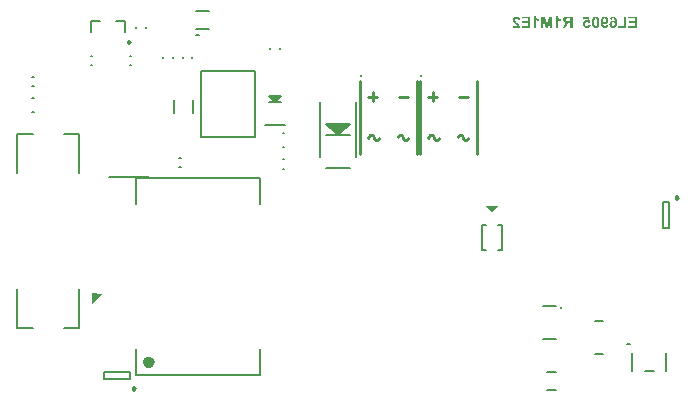
<source format=gbo>
G04*
G04 #@! TF.GenerationSoftware,Altium Limited,Altium Designer,23.5.1 (21)*
G04*
G04 Layer_Color=32896*
%FSLAX44Y44*%
%MOMM*%
G71*
G04*
G04 #@! TF.SameCoordinates,0C852D97-15EF-43E7-8D4E-587EAF6ACFB3*
G04*
G04*
G04 #@! TF.FilePolarity,Positive*
G04*
G01*
G75*
%ADD10C,0.2000*%
%ADD13C,0.2500*%
%ADD14C,0.1000*%
%ADD15C,0.1270*%
%ADD17C,0.2032*%
%ADD85C,0.2540*%
%ADD157C,0.2540*%
%ADD158C,0.5000*%
%ADD159C,0.1524*%
%ADD160C,0.2030*%
G36*
X55880Y71120D02*
Y60960D01*
X64770Y69850D01*
X55880Y71120D01*
D02*
G37*
G36*
X206127Y237450D02*
X216127D01*
X211127Y232450D01*
X206127Y237450D01*
D02*
G37*
G36*
X254467Y214510D02*
X274467D01*
X264467Y204510D01*
X254467Y214510D01*
D02*
G37*
G36*
X394970Y139700D02*
X389890Y144780D01*
X400329D01*
X394970Y139700D01*
D02*
G37*
G36*
X415868Y305133D02*
X416093Y305121D01*
X416318Y305083D01*
X416518Y305046D01*
X416705Y304995D01*
X416880Y304933D01*
X417055Y304870D01*
X417192Y304820D01*
X417330Y304758D01*
X417455Y304696D01*
X417555Y304633D01*
X417642Y304583D01*
X417705Y304546D01*
X417755Y304508D01*
X417780Y304496D01*
X417792Y304483D01*
X417942Y304346D01*
X418080Y304196D01*
X418205Y304033D01*
X418317Y303858D01*
X418417Y303683D01*
X418492Y303496D01*
X418630Y303146D01*
X418680Y302971D01*
X418717Y302809D01*
X418755Y302671D01*
X418780Y302546D01*
X418792Y302446D01*
X418805Y302359D01*
X418817Y302309D01*
Y302296D01*
X416980Y302121D01*
X416943Y302396D01*
X416893Y302634D01*
X416830Y302834D01*
X416768Y302996D01*
X416705Y303121D01*
X416643Y303209D01*
X416605Y303258D01*
X416593Y303271D01*
X416455Y303383D01*
X416305Y303471D01*
X416155Y303533D01*
X416005Y303583D01*
X415880Y303608D01*
X415780Y303621D01*
X415680D01*
X415468Y303608D01*
X415293Y303571D01*
X415131Y303508D01*
X415006Y303458D01*
X414906Y303396D01*
X414831Y303333D01*
X414781Y303296D01*
X414768Y303283D01*
X414656Y303146D01*
X414568Y302996D01*
X414518Y302834D01*
X414468Y302684D01*
X414443Y302546D01*
X414431Y302434D01*
Y302359D01*
Y302346D01*
Y302334D01*
X414443Y302121D01*
X414493Y301921D01*
X414556Y301734D01*
X414618Y301559D01*
X414693Y301421D01*
X414756Y301309D01*
X414806Y301234D01*
X414818Y301222D01*
Y301209D01*
X414881Y301122D01*
X414968Y301021D01*
X415056Y300909D01*
X415168Y300784D01*
X415418Y300534D01*
X415680Y300272D01*
X415930Y300022D01*
X416043Y299922D01*
X416143Y299822D01*
X416230Y299747D01*
X416293Y299684D01*
X416330Y299647D01*
X416343Y299634D01*
X416618Y299372D01*
X416868Y299122D01*
X417105Y298885D01*
X417318Y298672D01*
X417505Y298460D01*
X417667Y298272D01*
X417817Y298097D01*
X417955Y297935D01*
X418067Y297797D01*
X418155Y297672D01*
X418230Y297572D01*
X418292Y297485D01*
X418342Y297410D01*
X418380Y297360D01*
X418392Y297335D01*
X418405Y297323D01*
X418580Y296998D01*
X418717Y296673D01*
X418830Y296360D01*
X418917Y296073D01*
X418942Y295948D01*
X418967Y295835D01*
X418992Y295735D01*
X419005Y295648D01*
X419017Y295585D01*
X419030Y295523D01*
Y295498D01*
Y295485D01*
X412581D01*
Y297197D01*
X416243D01*
X416130Y297372D01*
X416005Y297535D01*
X415955Y297597D01*
X415905Y297647D01*
X415880Y297685D01*
X415868Y297697D01*
X415818Y297747D01*
X415755Y297822D01*
X415593Y297972D01*
X415418Y298147D01*
X415230Y298322D01*
X415056Y298497D01*
X414906Y298635D01*
X414843Y298685D01*
X414806Y298722D01*
X414781Y298747D01*
X414768Y298760D01*
X414606Y298910D01*
X414468Y299047D01*
X414206Y299297D01*
X414006Y299509D01*
X413831Y299684D01*
X413706Y299822D01*
X413618Y299922D01*
X413568Y299972D01*
X413556Y299997D01*
X413381Y300234D01*
X413231Y300459D01*
X413106Y300659D01*
X412994Y300847D01*
X412919Y300996D01*
X412869Y301122D01*
X412831Y301196D01*
X412819Y301209D01*
Y301222D01*
X412744Y301446D01*
X412681Y301659D01*
X412644Y301871D01*
X412606Y302059D01*
X412594Y302221D01*
X412581Y302346D01*
Y302396D01*
Y302434D01*
Y302446D01*
Y302459D01*
X412594Y302671D01*
X412619Y302871D01*
X412656Y303058D01*
X412706Y303246D01*
X412844Y303571D01*
X412906Y303708D01*
X412981Y303846D01*
X413069Y303971D01*
X413131Y304071D01*
X413206Y304158D01*
X413269Y304233D01*
X413318Y304296D01*
X413356Y304333D01*
X413381Y304358D01*
X413394Y304371D01*
X413556Y304508D01*
X413718Y304621D01*
X413906Y304733D01*
X414081Y304820D01*
X414268Y304895D01*
X414456Y304958D01*
X414818Y305046D01*
X414981Y305083D01*
X415131Y305108D01*
X415280Y305121D01*
X415393Y305133D01*
X415493Y305145D01*
X415630D01*
X415868Y305133D01*
D02*
G37*
G36*
X478202Y299972D02*
X476715Y299759D01*
X476590Y299884D01*
X476477Y299997D01*
X476352Y300084D01*
X476227Y300159D01*
X475990Y300284D01*
X475778Y300372D01*
X475590Y300422D01*
X475503Y300434D01*
X475440Y300447D01*
X475378Y300459D01*
X475303D01*
X475078Y300434D01*
X474878Y300384D01*
X474703Y300322D01*
X474553Y300234D01*
X474440Y300147D01*
X474353Y300084D01*
X474290Y300034D01*
X474278Y300009D01*
X474140Y299822D01*
X474040Y299609D01*
X473978Y299384D01*
X473928Y299172D01*
X473903Y298972D01*
X473890Y298897D01*
X473878Y298822D01*
Y298760D01*
Y298710D01*
Y298685D01*
Y298672D01*
X473890Y298335D01*
X473941Y298047D01*
X474003Y297810D01*
X474078Y297610D01*
X474153Y297447D01*
X474215Y297335D01*
X474265Y297272D01*
X474278Y297248D01*
X474440Y297098D01*
X474603Y296985D01*
X474765Y296898D01*
X474915Y296848D01*
X475053Y296810D01*
X475153Y296798D01*
X475228Y296785D01*
X475253D01*
X475440Y296798D01*
X475603Y296848D01*
X475752Y296898D01*
X475877Y296973D01*
X475990Y297035D01*
X476065Y297098D01*
X476127Y297135D01*
X476140Y297148D01*
X476265Y297297D01*
X476365Y297460D01*
X476452Y297622D01*
X476502Y297772D01*
X476540Y297922D01*
X476577Y298035D01*
X476590Y298110D01*
Y298122D01*
Y298135D01*
X478427Y297935D01*
X478389Y297710D01*
X478339Y297510D01*
X478277Y297310D01*
X478202Y297135D01*
X478127Y296960D01*
X478039Y296798D01*
X477952Y296660D01*
X477864Y296535D01*
X477777Y296410D01*
X477702Y296310D01*
X477627Y296223D01*
X477565Y296148D01*
X477502Y296098D01*
X477465Y296060D01*
X477440Y296035D01*
X477427Y296023D01*
X477265Y295898D01*
X477090Y295785D01*
X476915Y295698D01*
X476740Y295610D01*
X476552Y295548D01*
X476377Y295485D01*
X476027Y295398D01*
X475877Y295373D01*
X475728Y295348D01*
X475603Y295336D01*
X475490Y295323D01*
X475390Y295310D01*
X475265D01*
X474965Y295323D01*
X474678Y295361D01*
X474403Y295423D01*
X474153Y295511D01*
X473928Y295610D01*
X473716Y295710D01*
X473516Y295835D01*
X473341Y295948D01*
X473191Y296073D01*
X473053Y296185D01*
X472928Y296285D01*
X472841Y296385D01*
X472766Y296473D01*
X472703Y296535D01*
X472678Y296573D01*
X472666Y296585D01*
X472541Y296760D01*
X472441Y296948D01*
X472341Y297122D01*
X472266Y297310D01*
X472141Y297660D01*
X472066Y297985D01*
X472041Y298135D01*
X472016Y298272D01*
X472004Y298397D01*
X471991Y298497D01*
X471978Y298585D01*
Y298647D01*
Y298685D01*
Y298697D01*
X471991Y298960D01*
X472016Y299209D01*
X472053Y299447D01*
X472116Y299659D01*
X472178Y299872D01*
X472241Y300059D01*
X472328Y300234D01*
X472403Y300397D01*
X472478Y300534D01*
X472553Y300659D01*
X472628Y300772D01*
X472691Y300859D01*
X472753Y300934D01*
X472791Y300984D01*
X472816Y301009D01*
X472828Y301021D01*
X472991Y301184D01*
X473166Y301322D01*
X473341Y301434D01*
X473516Y301546D01*
X473690Y301634D01*
X473853Y301696D01*
X474028Y301759D01*
X474178Y301809D01*
X474328Y301846D01*
X474465Y301871D01*
X474590Y301896D01*
X474703Y301909D01*
X474778Y301921D01*
X474903D01*
X475140Y301909D01*
X475365Y301871D01*
X475578Y301821D01*
X475778Y301771D01*
X475928Y301709D01*
X476052Y301659D01*
X476102Y301634D01*
X476140Y301621D01*
X476152Y301609D01*
X476165D01*
X475865Y303246D01*
X472403D01*
Y304970D01*
X477252D01*
X478202Y299972D01*
D02*
G37*
G36*
X450709Y304983D02*
X450784Y304821D01*
X450959Y304533D01*
X451146Y304271D01*
X451346Y304033D01*
X451521Y303858D01*
X451596Y303771D01*
X451671Y303708D01*
X451734Y303658D01*
X451771Y303621D01*
X451796Y303608D01*
X451809Y303596D01*
X452121Y303371D01*
X452408Y303183D01*
X452671Y303021D01*
X452896Y302909D01*
X453083Y302821D01*
X453171Y302784D01*
X453233Y302759D01*
X453283Y302734D01*
X453321Y302721D01*
X453346Y302709D01*
X453358D01*
Y301034D01*
X452871Y301222D01*
X452408Y301446D01*
X452209Y301559D01*
X452009Y301671D01*
X451821Y301784D01*
X451659Y301896D01*
X451509Y302009D01*
X451371Y302096D01*
X451259Y302196D01*
X451159Y302271D01*
X451084Y302334D01*
X451034Y302384D01*
X450996Y302409D01*
X450984Y302421D01*
Y295485D01*
X449147D01*
Y305145D01*
X450646D01*
X450709Y304983D01*
D02*
G37*
G36*
X432064Y304983D02*
X432139Y304820D01*
X432314Y304533D01*
X432501Y304271D01*
X432701Y304033D01*
X432876Y303858D01*
X432951Y303771D01*
X433026Y303708D01*
X433088Y303658D01*
X433126Y303621D01*
X433151Y303608D01*
X433163Y303596D01*
X433476Y303371D01*
X433763Y303183D01*
X434026Y303021D01*
X434251Y302908D01*
X434438Y302821D01*
X434526Y302784D01*
X434588Y302759D01*
X434638Y302734D01*
X434675Y302721D01*
X434701Y302709D01*
X434713D01*
Y301034D01*
X434226Y301222D01*
X433763Y301446D01*
X433563Y301559D01*
X433363Y301671D01*
X433176Y301784D01*
X433013Y301896D01*
X432864Y302009D01*
X432726Y302096D01*
X432614Y302196D01*
X432514Y302271D01*
X432439Y302334D01*
X432389Y302384D01*
X432351Y302409D01*
X432339Y302421D01*
Y295485D01*
X430502D01*
Y305145D01*
X432001D01*
X432064Y304983D01*
D02*
G37*
G36*
X497622Y305133D02*
X497884Y305096D01*
X498147Y305033D01*
X498384Y304958D01*
X498609Y304871D01*
X498809Y304771D01*
X499009Y304671D01*
X499171Y304558D01*
X499334Y304446D01*
X499471Y304346D01*
X499584Y304246D01*
X499684Y304158D01*
X499759Y304083D01*
X499809Y304021D01*
X499846Y303983D01*
X499859Y303971D01*
X500034Y303733D01*
X500184Y303471D01*
X500309Y303183D01*
X500421Y302884D01*
X500521Y302559D01*
X500596Y302246D01*
X500659Y301934D01*
X500709Y301621D01*
X500746Y301322D01*
X500784Y301047D01*
X500809Y300797D01*
X500821Y300584D01*
Y300397D01*
X500834Y300322D01*
Y300259D01*
Y300209D01*
Y300172D01*
Y300159D01*
Y300147D01*
X500821Y299684D01*
X500796Y299247D01*
X500746Y298847D01*
X500684Y298485D01*
X500621Y298147D01*
X500546Y297847D01*
X500459Y297572D01*
X500371Y297323D01*
X500284Y297110D01*
X500196Y296935D01*
X500121Y296773D01*
X500059Y296648D01*
X499996Y296560D01*
X499946Y296485D01*
X499921Y296448D01*
X499909Y296435D01*
X499721Y296235D01*
X499534Y296060D01*
X499334Y295910D01*
X499134Y295785D01*
X498934Y295673D01*
X498734Y295585D01*
X498547Y295511D01*
X498359Y295448D01*
X498184Y295410D01*
X498022Y295373D01*
X497872Y295348D01*
X497747Y295323D01*
X497647D01*
X497572Y295310D01*
X497509D01*
X497259Y295323D01*
X497022Y295348D01*
X496810Y295398D01*
X496597Y295448D01*
X496397Y295511D01*
X496222Y295585D01*
X496047Y295673D01*
X495897Y295760D01*
X495760Y295835D01*
X495635Y295923D01*
X495535Y295998D01*
X495448Y296060D01*
X495385Y296110D01*
X495335Y296160D01*
X495310Y296185D01*
X495298Y296198D01*
X495148Y296373D01*
X495010Y296560D01*
X494898Y296748D01*
X494785Y296948D01*
X494710Y297148D01*
X494635Y297348D01*
X494573Y297535D01*
X494535Y297722D01*
X494498Y297897D01*
X494473Y298060D01*
X494448Y298197D01*
X494435Y298322D01*
X494423Y298435D01*
Y298510D01*
Y298560D01*
Y298572D01*
X494435Y298835D01*
X494460Y299072D01*
X494498Y299297D01*
X494548Y299522D01*
X494610Y299722D01*
X494685Y299909D01*
X494760Y300084D01*
X494835Y300234D01*
X494910Y300372D01*
X494985Y300497D01*
X495060Y300597D01*
X495123Y300684D01*
X495173Y300759D01*
X495210Y300809D01*
X495235Y300834D01*
X495247Y300847D01*
X495410Y301009D01*
X495572Y301134D01*
X495735Y301259D01*
X495897Y301359D01*
X496072Y301446D01*
X496235Y301521D01*
X496397Y301571D01*
X496547Y301621D01*
X496685Y301659D01*
X496810Y301684D01*
X496935Y301709D01*
X497035Y301721D01*
X497109Y301734D01*
X497222D01*
X497410Y301721D01*
X497584Y301696D01*
X497759Y301659D01*
X497922Y301609D01*
X498209Y301471D01*
X498459Y301322D01*
X498572Y301246D01*
X498659Y301171D01*
X498747Y301096D01*
X498809Y301034D01*
X498859Y300984D01*
X498897Y300947D01*
X498922Y300922D01*
X498934Y300909D01*
X498909Y301209D01*
X498884Y301484D01*
X498847Y301734D01*
X498809Y301946D01*
X498772Y302159D01*
X498734Y302334D01*
X498684Y302484D01*
X498647Y302621D01*
X498609Y302746D01*
X498572Y302846D01*
X498534Y302921D01*
X498497Y302983D01*
X498472Y303034D01*
X498447Y303071D01*
X498434Y303096D01*
X498272Y303271D01*
X498109Y303396D01*
X497934Y303496D01*
X497784Y303558D01*
X497647Y303596D01*
X497547Y303608D01*
X497472Y303621D01*
X497447D01*
X497285Y303608D01*
X497147Y303583D01*
X497035Y303533D01*
X496922Y303496D01*
X496847Y303446D01*
X496785Y303396D01*
X496747Y303371D01*
X496735Y303358D01*
X496635Y303246D01*
X496560Y303121D01*
X496497Y302996D01*
X496460Y302859D01*
X496422Y302746D01*
X496397Y302646D01*
X496385Y302584D01*
Y302571D01*
Y302559D01*
X494598Y302746D01*
X494635Y302959D01*
X494698Y303158D01*
X494760Y303346D01*
X494823Y303508D01*
X494898Y303671D01*
X494973Y303821D01*
X495060Y303946D01*
X495135Y304071D01*
X495210Y304171D01*
X495285Y304271D01*
X495348Y304346D01*
X495410Y304408D01*
X495460Y304458D01*
X495485Y304496D01*
X495510Y304508D01*
X495522Y304521D01*
X495660Y304633D01*
X495810Y304733D01*
X495960Y304808D01*
X496110Y304883D01*
X496410Y304995D01*
X496697Y305070D01*
X496822Y305096D01*
X496947Y305108D01*
X497060Y305133D01*
X497147D01*
X497222Y305145D01*
X497335D01*
X497622Y305133D01*
D02*
G37*
G36*
X490699D02*
X490936Y305108D01*
X491149Y305058D01*
X491361Y305008D01*
X491561Y304933D01*
X491736Y304858D01*
X491911Y304783D01*
X492061Y304696D01*
X492198Y304608D01*
X492311Y304533D01*
X492423Y304458D01*
X492498Y304383D01*
X492573Y304333D01*
X492623Y304283D01*
X492648Y304258D01*
X492661Y304246D01*
X492811Y304071D01*
X492948Y303883D01*
X493061Y303696D01*
X493161Y303496D01*
X493248Y303296D01*
X493311Y303109D01*
X493373Y302909D01*
X493410Y302734D01*
X493448Y302559D01*
X493473Y302396D01*
X493498Y302246D01*
X493511Y302121D01*
X493523Y302021D01*
Y301946D01*
Y301896D01*
Y301884D01*
X493511Y301621D01*
X493485Y301384D01*
X493448Y301147D01*
X493398Y300934D01*
X493335Y300734D01*
X493260Y300534D01*
X493198Y300372D01*
X493111Y300209D01*
X493036Y300072D01*
X492973Y299947D01*
X492898Y299847D01*
X492836Y299759D01*
X492786Y299684D01*
X492748Y299634D01*
X492723Y299609D01*
X492711Y299597D01*
X492548Y299447D01*
X492386Y299310D01*
X492223Y299197D01*
X492061Y299097D01*
X491886Y299010D01*
X491723Y298935D01*
X491573Y298872D01*
X491423Y298835D01*
X491286Y298797D01*
X491149Y298772D01*
X491036Y298747D01*
X490936Y298735D01*
X490861Y298722D01*
X490749D01*
X490561Y298735D01*
X490374Y298760D01*
X490199Y298797D01*
X490036Y298847D01*
X489749Y298972D01*
X489487Y299122D01*
X489386Y299197D01*
X489286Y299272D01*
X489199Y299335D01*
X489137Y299397D01*
X489087Y299447D01*
X489049Y299484D01*
X489024Y299509D01*
X489012Y299522D01*
X489037Y299222D01*
X489062Y298960D01*
X489099Y298710D01*
X489137Y298485D01*
X489174Y298285D01*
X489224Y298110D01*
X489262Y297947D01*
X489311Y297822D01*
X489349Y297697D01*
X489386Y297597D01*
X489424Y297522D01*
X489462Y297460D01*
X489487Y297410D01*
X489511Y297372D01*
X489524Y297360D01*
Y297348D01*
X489674Y297173D01*
X489836Y297048D01*
X489999Y296960D01*
X490149Y296898D01*
X490286Y296860D01*
X490386Y296848D01*
X490461Y296835D01*
X490486D01*
X490649Y296848D01*
X490786Y296873D01*
X490911Y296910D01*
X491011Y296960D01*
X491099Y297010D01*
X491161Y297048D01*
X491199Y297073D01*
X491211Y297085D01*
X491298Y297197D01*
X491373Y297323D01*
X491423Y297460D01*
X491474Y297585D01*
X491498Y297710D01*
X491524Y297810D01*
X491536Y297872D01*
Y297897D01*
X493323Y297697D01*
X493285Y297485D01*
X493236Y297272D01*
X493173Y297085D01*
X493111Y296910D01*
X493036Y296748D01*
X492961Y296598D01*
X492886Y296473D01*
X492811Y296348D01*
X492748Y296248D01*
X492673Y296148D01*
X492611Y296073D01*
X492561Y296010D01*
X492511Y295960D01*
X492473Y295923D01*
X492461Y295910D01*
X492448Y295898D01*
X492311Y295798D01*
X492173Y295710D01*
X491873Y295560D01*
X491561Y295460D01*
X491273Y295385D01*
X491136Y295361D01*
X491011Y295348D01*
X490911Y295323D01*
X490811D01*
X490736Y295310D01*
X490624D01*
X490336Y295323D01*
X490061Y295361D01*
X489811Y295423D01*
X489574Y295498D01*
X489337Y295585D01*
X489137Y295673D01*
X488937Y295785D01*
X488774Y295898D01*
X488612Y295998D01*
X488474Y296110D01*
X488362Y296198D01*
X488262Y296298D01*
X488187Y296360D01*
X488137Y296423D01*
X488099Y296460D01*
X488087Y296473D01*
X487912Y296710D01*
X487762Y296973D01*
X487637Y297260D01*
X487524Y297560D01*
X487425Y297872D01*
X487350Y298197D01*
X487287Y298510D01*
X487237Y298822D01*
X487200Y299109D01*
X487162Y299384D01*
X487137Y299634D01*
X487125Y299859D01*
X487112Y300034D01*
Y300172D01*
Y300222D01*
Y300259D01*
Y300272D01*
Y300284D01*
X487125Y300747D01*
X487150Y301184D01*
X487200Y301584D01*
X487262Y301959D01*
X487325Y302296D01*
X487412Y302596D01*
X487487Y302871D01*
X487575Y303121D01*
X487662Y303333D01*
X487749Y303508D01*
X487837Y303671D01*
X487899Y303796D01*
X487962Y303883D01*
X488012Y303958D01*
X488037Y303996D01*
X488049Y304008D01*
X488224Y304208D01*
X488424Y304383D01*
X488624Y304533D01*
X488824Y304671D01*
X489024Y304771D01*
X489224Y304871D01*
X489412Y304946D01*
X489599Y305008D01*
X489774Y305046D01*
X489936Y305083D01*
X490086Y305108D01*
X490211Y305133D01*
X490311D01*
X490386Y305145D01*
X490449D01*
X490699Y305133D01*
D02*
G37*
G36*
X446010Y295485D02*
X444211D01*
Y303046D01*
X442324Y295485D01*
X440449D01*
X438549Y303046D01*
X438537Y295485D01*
X436738D01*
Y305096D01*
X439649D01*
X441374Y298535D01*
X443111Y305096D01*
X446010D01*
Y295485D01*
D02*
G37*
G36*
X517567Y295485D02*
X510269D01*
Y297110D01*
X515630D01*
Y299722D01*
X510818D01*
Y301346D01*
X515630D01*
Y303471D01*
X510456D01*
Y305096D01*
X517567D01*
Y295485D01*
D02*
G37*
G36*
X508582D02*
X501821D01*
Y297110D01*
X506645D01*
Y305021D01*
X508582D01*
Y295485D01*
D02*
G37*
G36*
X463131D02*
X461194D01*
Y299497D01*
X460569D01*
X460369Y299484D01*
X460206Y299459D01*
X460069Y299447D01*
X459957Y299422D01*
X459894Y299397D01*
X459844Y299384D01*
X459832D01*
X459719Y299335D01*
X459607Y299272D01*
X459507Y299209D01*
X459419Y299147D01*
X459344Y299084D01*
X459294Y299035D01*
X459257Y298997D01*
X459244Y298985D01*
X459182Y298922D01*
X459119Y298847D01*
X459044Y298747D01*
X458969Y298647D01*
X458794Y298410D01*
X458632Y298172D01*
X458469Y297947D01*
X458407Y297847D01*
X458344Y297747D01*
X458294Y297672D01*
X458257Y297622D01*
X458232Y297585D01*
X458219Y297572D01*
X456820Y295485D01*
X454496D01*
X455670Y297360D01*
X455795Y297560D01*
X455920Y297747D01*
X456033Y297922D01*
X456133Y298072D01*
X456232Y298210D01*
X456333Y298335D01*
X456408Y298447D01*
X456482Y298547D01*
X456557Y298635D01*
X456620Y298710D01*
X456707Y298822D01*
X456757Y298885D01*
X456782Y298910D01*
X456945Y299072D01*
X457107Y299222D01*
X457282Y299359D01*
X457445Y299484D01*
X457595Y299584D01*
X457707Y299659D01*
X457795Y299709D01*
X457807Y299722D01*
X457820D01*
X457582Y299759D01*
X457370Y299809D01*
X457170Y299872D01*
X456982Y299934D01*
X456807Y300009D01*
X456657Y300084D01*
X456507Y300159D01*
X456382Y300234D01*
X456270Y300309D01*
X456170Y300384D01*
X456095Y300447D01*
X456033Y300497D01*
X455970Y300547D01*
X455933Y300584D01*
X455920Y300597D01*
X455908Y300609D01*
X455795Y300747D01*
X455695Y300884D01*
X455608Y301034D01*
X455533Y301184D01*
X455420Y301484D01*
X455345Y301771D01*
X455320Y301896D01*
X455308Y302021D01*
X455295Y302121D01*
X455283Y302221D01*
X455270Y302296D01*
Y302346D01*
Y302384D01*
Y302396D01*
X455283Y302709D01*
X455333Y302996D01*
X455408Y303246D01*
X455483Y303471D01*
X455558Y303658D01*
X455595Y303733D01*
X455633Y303796D01*
X455658Y303846D01*
X455683Y303883D01*
X455695Y303896D01*
Y303908D01*
X455870Y304133D01*
X456045Y304333D01*
X456232Y304496D01*
X456420Y304621D01*
X456570Y304721D01*
X456707Y304783D01*
X456757Y304808D01*
X456782Y304821D01*
X456807Y304833D01*
X456820D01*
X456957Y304883D01*
X457107Y304921D01*
X457282Y304958D01*
X457457Y304983D01*
X457832Y305033D01*
X458195Y305058D01*
X458369Y305070D01*
X458532Y305083D01*
X458682D01*
X458807Y305096D01*
X463131D01*
Y295485D01*
D02*
G37*
G36*
X427327Y295485D02*
X420029D01*
Y297110D01*
X425390D01*
Y299722D01*
X420579D01*
Y301346D01*
X425390D01*
Y303471D01*
X420217D01*
Y305096D01*
X427327D01*
Y295485D01*
D02*
G37*
G36*
X483063Y305133D02*
X483313Y305108D01*
X483538Y305058D01*
X483738Y304995D01*
X483938Y304921D01*
X484113Y304833D01*
X484275Y304746D01*
X484425Y304658D01*
X484550Y304558D01*
X484663Y304471D01*
X484763Y304383D01*
X484850Y304308D01*
X484913Y304246D01*
X484950Y304196D01*
X484975Y304171D01*
X484988Y304158D01*
X485150Y303921D01*
X485300Y303646D01*
X485425Y303346D01*
X485525Y303034D01*
X485625Y302721D01*
X485700Y302384D01*
X485762Y302059D01*
X485812Y301746D01*
X485850Y301446D01*
X485875Y301159D01*
X485900Y300909D01*
X485912Y300684D01*
Y300497D01*
X485925Y300422D01*
Y300359D01*
Y300297D01*
Y300272D01*
Y300247D01*
Y300234D01*
X485912Y299734D01*
X485887Y299272D01*
X485850Y298847D01*
X485787Y298460D01*
X485725Y298110D01*
X485650Y297797D01*
X485575Y297522D01*
X485500Y297272D01*
X485425Y297060D01*
X485338Y296873D01*
X485275Y296723D01*
X485213Y296598D01*
X485150Y296498D01*
X485113Y296435D01*
X485088Y296398D01*
X485075Y296385D01*
X484913Y296198D01*
X484725Y296035D01*
X484550Y295885D01*
X484363Y295760D01*
X484163Y295660D01*
X483975Y295573D01*
X483801Y295498D01*
X483625Y295448D01*
X483451Y295398D01*
X483301Y295373D01*
X483163Y295348D01*
X483051Y295323D01*
X482951D01*
X482876Y295310D01*
X482813D01*
X482563Y295323D01*
X482313Y295348D01*
X482088Y295398D01*
X481888Y295460D01*
X481688Y295536D01*
X481513Y295623D01*
X481351Y295710D01*
X481201Y295798D01*
X481076Y295885D01*
X480951Y295973D01*
X480864Y296060D01*
X480776Y296135D01*
X480714Y296198D01*
X480676Y296248D01*
X480651Y296273D01*
X480639Y296285D01*
X480476Y296523D01*
X480326Y296798D01*
X480201Y297098D01*
X480089Y297410D01*
X480001Y297735D01*
X479926Y298060D01*
X479851Y298385D01*
X479801Y298710D01*
X479764Y299010D01*
X479739Y299297D01*
X479714Y299547D01*
X479701Y299772D01*
X479689Y299959D01*
Y300034D01*
Y300097D01*
Y300159D01*
Y300197D01*
Y300209D01*
Y300222D01*
X479701Y300722D01*
X479726Y301171D01*
X479776Y301596D01*
X479839Y301984D01*
X479902Y302346D01*
X479989Y302671D01*
X480064Y302959D01*
X480151Y303209D01*
X480239Y303433D01*
X480326Y303621D01*
X480414Y303783D01*
X480476Y303921D01*
X480539Y304021D01*
X480589Y304096D01*
X480614Y304133D01*
X480626Y304146D01*
X480776Y304321D01*
X480951Y304471D01*
X481126Y304608D01*
X481301Y304721D01*
X481476Y304821D01*
X481664Y304908D01*
X481838Y304970D01*
X482013Y305021D01*
X482176Y305058D01*
X482326Y305096D01*
X482463Y305121D01*
X482576Y305133D01*
X482676Y305145D01*
X482813D01*
X483063Y305133D01*
D02*
G37*
%LPC*%
G36*
X497597Y300372D02*
X497509D01*
X497309Y300347D01*
X497135Y300297D01*
X496985Y300234D01*
X496847Y300147D01*
X496735Y300059D01*
X496660Y299997D01*
X496610Y299947D01*
X496597Y299922D01*
X496472Y299734D01*
X496385Y299522D01*
X496310Y299297D01*
X496272Y299072D01*
X496247Y298872D01*
X496235Y298772D01*
X496222Y298697D01*
Y298635D01*
Y298585D01*
Y298560D01*
Y298547D01*
X496235Y298235D01*
X496272Y297960D01*
X496335Y297735D01*
X496397Y297547D01*
X496460Y297410D01*
X496522Y297310D01*
X496560Y297260D01*
X496572Y297235D01*
X496710Y297098D01*
X496847Y297010D01*
X496985Y296935D01*
X497122Y296885D01*
X497247Y296860D01*
X497335Y296848D01*
X497397Y296835D01*
X497422D01*
X497609Y296860D01*
X497784Y296910D01*
X497947Y296985D01*
X498084Y297085D01*
X498197Y297173D01*
X498284Y297248D01*
X498334Y297297D01*
X498359Y297323D01*
X498497Y297522D01*
X498597Y297747D01*
X498672Y297972D01*
X498722Y298197D01*
X498747Y298397D01*
X498759Y298485D01*
Y298560D01*
X498772Y298622D01*
Y298672D01*
Y298697D01*
Y298710D01*
X498759Y298997D01*
X498709Y299247D01*
X498659Y299459D01*
X498584Y299634D01*
X498522Y299772D01*
X498459Y299872D01*
X498422Y299922D01*
X498409Y299947D01*
X498272Y300084D01*
X498109Y300197D01*
X497959Y300272D01*
X497822Y300322D01*
X497697Y300347D01*
X497597Y300372D01*
D02*
G37*
G36*
X490624Y303621D02*
X490536D01*
X490336Y303596D01*
X490161Y303546D01*
X489999Y303458D01*
X489861Y303371D01*
X489749Y303284D01*
X489661Y303196D01*
X489599Y303146D01*
X489586Y303121D01*
X489449Y302921D01*
X489349Y302696D01*
X489274Y302459D01*
X489224Y302246D01*
X489199Y302046D01*
X489187Y301959D01*
X489174Y301884D01*
Y301821D01*
Y301771D01*
Y301746D01*
Y301734D01*
X489187Y301446D01*
X489237Y301196D01*
X489286Y300972D01*
X489361Y300797D01*
X489424Y300659D01*
X489487Y300559D01*
X489537Y300509D01*
X489549Y300484D01*
X489686Y300347D01*
X489836Y300247D01*
X489986Y300172D01*
X490124Y300122D01*
X490249Y300097D01*
X490349Y300084D01*
X490411Y300072D01*
X490436D01*
X490636Y300097D01*
X490811Y300147D01*
X490961Y300209D01*
X491099Y300297D01*
X491199Y300372D01*
X491286Y300447D01*
X491336Y300497D01*
X491348Y300509D01*
X491474Y300697D01*
X491561Y300909D01*
X491623Y301134D01*
X491661Y301359D01*
X491686Y301559D01*
X491698Y301659D01*
X491711Y301734D01*
Y301796D01*
Y301846D01*
Y301871D01*
Y301884D01*
X491698Y302209D01*
X491661Y302484D01*
X491611Y302709D01*
X491549Y302896D01*
X491486Y303034D01*
X491436Y303134D01*
X491399Y303196D01*
X491386Y303209D01*
X491249Y303346D01*
X491111Y303446D01*
X490974Y303521D01*
X490836Y303571D01*
X490711Y303596D01*
X490624Y303621D01*
D02*
G37*
G36*
X461194Y303471D02*
X458969D01*
X458832Y303458D01*
X458532D01*
X458469Y303446D01*
X458320D01*
X458282Y303433D01*
X458270D01*
X458107Y303396D01*
X457957Y303346D01*
X457832Y303284D01*
X457720Y303221D01*
X457645Y303158D01*
X457582Y303109D01*
X457545Y303071D01*
X457532Y303058D01*
X457445Y302934D01*
X457382Y302809D01*
X457332Y302684D01*
X457307Y302559D01*
X457282Y302446D01*
X457270Y302359D01*
Y302296D01*
Y302271D01*
X457282Y302121D01*
X457295Y301984D01*
X457332Y301859D01*
X457370Y301746D01*
X457407Y301659D01*
X457432Y301596D01*
X457457Y301559D01*
X457470Y301546D01*
X457545Y301446D01*
X457645Y301359D01*
X457732Y301297D01*
X457820Y301234D01*
X457895Y301196D01*
X457957Y301171D01*
X458007Y301147D01*
X458020D01*
X458094Y301122D01*
X458195Y301109D01*
X458307Y301096D01*
X458432Y301084D01*
X458719Y301059D01*
X459019Y301047D01*
X459294D01*
X459419Y301034D01*
X461194D01*
Y303471D01*
D02*
G37*
G36*
X482876Y303621D02*
X482813D01*
X482688Y303608D01*
X482576Y303583D01*
X482476Y303546D01*
X482388Y303508D01*
X482326Y303471D01*
X482276Y303433D01*
X482238Y303408D01*
X482226Y303396D01*
X482126Y303296D01*
X482051Y303171D01*
X481976Y303034D01*
X481913Y302896D01*
X481864Y302759D01*
X481814Y302646D01*
X481801Y302571D01*
X481788Y302559D01*
Y302546D01*
X481763Y302421D01*
X481726Y302271D01*
X481701Y302096D01*
X481688Y301921D01*
X481651Y301534D01*
X481638Y301147D01*
X481626Y300972D01*
Y300797D01*
X481614Y300634D01*
Y300497D01*
Y300384D01*
Y300297D01*
Y300247D01*
Y300222D01*
Y299909D01*
X481626Y299634D01*
Y299372D01*
X481638Y299135D01*
X481664Y298910D01*
X481676Y298710D01*
X481688Y298535D01*
X481713Y298385D01*
X481726Y298247D01*
X481751Y298122D01*
X481763Y298022D01*
X481776Y297947D01*
X481788Y297885D01*
X481801Y297847D01*
X481814Y297822D01*
Y297810D01*
X481876Y297622D01*
X481938Y297460D01*
X482001Y297323D01*
X482063Y297222D01*
X482126Y297148D01*
X482176Y297085D01*
X482201Y297060D01*
X482213Y297048D01*
X482313Y296973D01*
X482413Y296923D01*
X482513Y296885D01*
X482613Y296860D01*
X482688Y296848D01*
X482751Y296835D01*
X482813D01*
X482938Y296848D01*
X483051Y296873D01*
X483151Y296898D01*
X483238Y296935D01*
X483313Y296973D01*
X483363Y297010D01*
X483401Y297023D01*
X483413Y297035D01*
X483501Y297135D01*
X483588Y297260D01*
X483663Y297397D01*
X483713Y297535D01*
X483763Y297672D01*
X483801Y297785D01*
X483825Y297860D01*
X483838Y297872D01*
Y297885D01*
X483863Y298022D01*
X483888Y298172D01*
X483913Y298335D01*
X483925Y298522D01*
X483963Y298910D01*
X483975Y299297D01*
X483988Y299472D01*
Y299647D01*
X484000Y299809D01*
Y299947D01*
Y300059D01*
Y300147D01*
Y300197D01*
Y300222D01*
Y300534D01*
X483988Y300809D01*
Y301071D01*
X483975Y301322D01*
X483950Y301534D01*
X483938Y301734D01*
X483925Y301909D01*
X483900Y302071D01*
X483888Y302196D01*
X483875Y302321D01*
X483850Y302421D01*
X483838Y302496D01*
X483825Y302559D01*
Y302596D01*
X483813Y302621D01*
Y302634D01*
X483750Y302821D01*
X483688Y302983D01*
X483625Y303121D01*
X483563Y303221D01*
X483501Y303296D01*
X483451Y303358D01*
X483426Y303383D01*
X483413Y303396D01*
X483313Y303471D01*
X483213Y303521D01*
X483113Y303571D01*
X483013Y303596D01*
X482938Y303608D01*
X482876Y303621D01*
D02*
G37*
%LPD*%
D10*
X511660Y27660D02*
X509660D01*
X511660D01*
X146757Y289100D02*
X144757D01*
X146757D01*
X55380Y263970D02*
X56380D01*
X55380Y271970D02*
X56380D01*
X438140Y59720D02*
X449140D01*
X438140Y31720D02*
X449140D01*
X116490Y269970D02*
Y270970D01*
X124490Y269970D02*
Y270970D01*
X66470Y4270D02*
X88470D01*
X66470Y-1730D02*
X88470D01*
X66470D02*
Y4270D01*
X88470Y-1730D02*
Y4270D01*
X441516Y4194D02*
X449516D01*
X441516Y-11306D02*
X449516D01*
X88400Y271970D02*
X89400D01*
X88400Y263970D02*
X89400D01*
X84295Y291600D02*
Y301600D01*
X76440D02*
X84295D01*
X55084Y291600D02*
Y301600D01*
X62940D01*
X93630Y295370D02*
Y296370D01*
X101630Y295370D02*
Y296370D01*
X143960Y310220D02*
X154960D01*
X143960Y294220D02*
X154960D01*
X482560Y46980D02*
X489060D01*
X482560Y18980D02*
X489060D01*
X198640Y146550D02*
Y168800D01*
Y1300D02*
Y23550D01*
X93140Y1300D02*
Y23550D01*
Y146550D02*
Y168800D01*
Y1300D02*
X198640D01*
X93140Y168800D02*
X198640D01*
X130310Y177610D02*
X131310D01*
X130310Y185610D02*
X131310D01*
X133000Y269970D02*
Y270970D01*
X141000Y269970D02*
Y270970D01*
X148857Y259100D02*
X194657D01*
Y203100D02*
Y259100D01*
X148857Y203100D02*
X194657D01*
X148757D02*
Y259100D01*
X5850Y223870D02*
X6850D01*
X5850Y235870D02*
X6850D01*
X5850Y254190D02*
X6850D01*
X5850Y246190D02*
X6850D01*
X70830Y169280D02*
X104430D01*
X141657Y223060D02*
Y234060D01*
X125658Y223060D02*
Y234060D01*
X202377Y213450D02*
X219877D01*
X211127Y232450D02*
X216127Y237450D01*
X206127D02*
X211127Y232450D01*
X206127Y237450D02*
X216127D01*
X206127Y232450D02*
X211127D01*
X216127D01*
X218137Y206870D02*
X219137D01*
X218137Y194370D02*
X219137D01*
X217868Y184300D02*
X218867D01*
X217868Y176300D02*
X218867D01*
X254467Y214510D02*
X274467D01*
X249467Y186510D02*
Y232510D01*
X279467Y186510D02*
Y232510D01*
X254467Y214510D02*
X264467Y204510D01*
X274468Y214510D01*
X254467Y204510D02*
X274467D01*
X254467Y176510D02*
X274467D01*
X207127Y277630D02*
Y278630D01*
X215127Y277630D02*
Y278630D01*
D13*
X552540Y151660D02*
X550665Y152743D01*
Y150577D01*
X552540Y151660D01*
X92470Y-9730D02*
X90595Y-8648D01*
Y-10813D01*
X92470Y-9730D01*
X88690Y283600D02*
X86815Y284683D01*
Y282517D01*
X88690Y283600D01*
D14*
X259468Y209510D02*
X264467Y204510D01*
D15*
X542660Y4660D02*
Y20660D01*
X513660Y4660D02*
Y20660D01*
X524160Y4660D02*
X532160D01*
D17*
X539790Y148410D02*
X544790D01*
X539790Y126410D02*
Y148410D01*
X544790Y126410D02*
Y148410D01*
D85*
X370379Y202683D02*
X369340Y204914D01*
X366880Y204965D01*
X365748Y202780D01*
X370379Y202683D02*
X371418Y200453D01*
X373878Y200402D01*
X375009Y202586D01*
X345639Y202527D02*
X344599Y204757D01*
X342140Y204809D01*
X341008Y202624D01*
X345639Y202527D02*
X346678Y200297D01*
X349137Y200246D01*
X350269Y202430D01*
X319579Y202683D02*
X318540Y204914D01*
X316080Y204965D01*
X314948Y202780D01*
X319579Y202683D02*
X320618Y200453D01*
X323078Y200402D01*
X324209Y202586D01*
X294839Y202527D02*
X293799Y204757D01*
X291340Y204809D01*
X290208Y202624D01*
X294839Y202527D02*
X295878Y200297D01*
X298337Y200246D01*
X299469Y202430D01*
X344697Y233420D02*
Y240920D01*
X367293Y237219D02*
X374793D01*
X340947Y237170D02*
X348447D01*
X334396Y188897D02*
Y250842D01*
X381939Y189075D02*
Y250673D01*
X293897Y233420D02*
Y240920D01*
X316493Y237219D02*
X323993D01*
X290147Y237170D02*
X297647D01*
X283596Y188897D02*
Y250842D01*
X331139Y189075D02*
Y250673D01*
D157*
X453273Y58720D02*
D03*
X334650Y254760D02*
D03*
X283850D02*
D03*
D158*
X106890Y12550D02*
X105640Y14715D01*
X103140D01*
X101890Y12550D01*
X103140Y10385D01*
X105640D01*
X106890Y12550D01*
D159*
X32400Y205500D02*
X45200D01*
X32400Y41500D02*
X45200D01*
X-6800D02*
Y74100D01*
Y205500D02*
X6000D01*
X45200Y172901D02*
Y205500D01*
Y41500D02*
Y74100D01*
X-6800Y172901D02*
Y205500D01*
Y41500D02*
X6000D01*
X386461Y107061D02*
X389611D01*
X403479D02*
Y128651D01*
X400329Y107061D02*
X403479D01*
X386461D02*
Y128651D01*
X389611D01*
X400329D02*
X403479D01*
D160*
X539790Y126410D02*
X544790D01*
M02*

</source>
